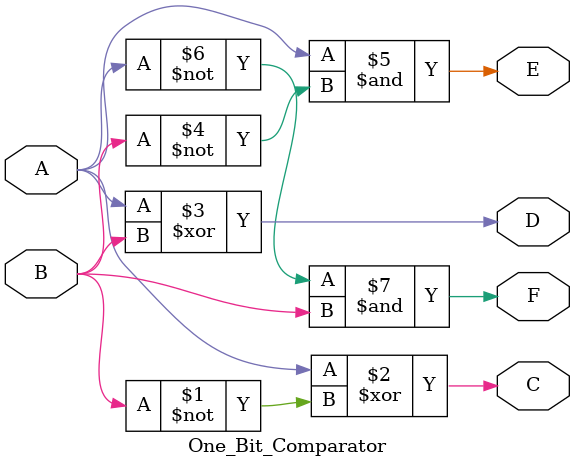
<source format=v>
`timescale 1ns / 1ps

module One_Bit_Comparator(
    input A,
    input B,
    output C,
    output D,
    output E,
    output F
    );
    // xor = AB' + A'B, xnor = AB + A'B'
    assign C = A ^ ~B; // equal
    assign D = A ^ B;  // not equal
    assign E = A & ~B; // A > B
    assign F = ~A & B; // A < B
endmodule
</source>
